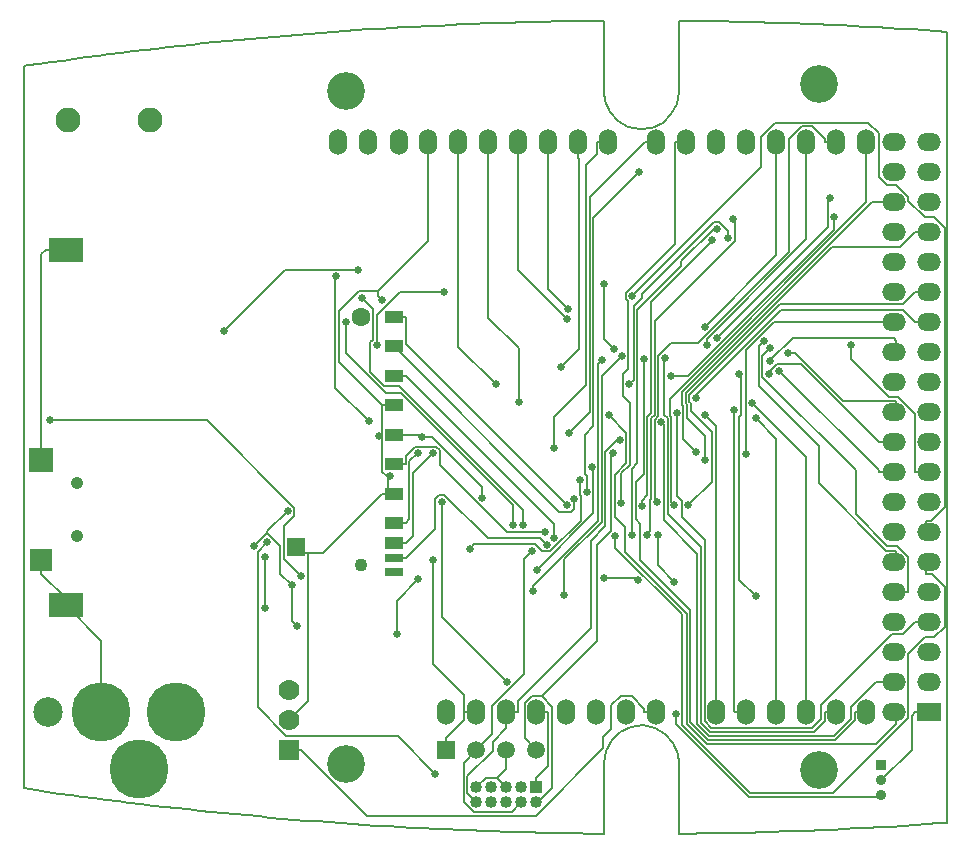
<source format=gbl>
G04 (created by PCBNEW (2013-07-07 BZR 4022)-stable) date 21/01/2015 21:24:28*
%MOIN*%
G04 Gerber Fmt 3.4, Leading zero omitted, Abs format*
%FSLAX34Y34*%
G01*
G70*
G90*
G04 APERTURE LIST*
%ADD10C,0.00590551*%
%ADD11R,0.0827X0.0827*%
%ADD12R,0.0748X0.0748*%
%ADD13C,0.0413*%
%ADD14R,0.04X0.04*%
%ADD15C,0.04*%
%ADD16O,0.06X0.0866*%
%ADD17O,0.06X0.0865*%
%ADD18R,0.0590551X0.0590551*%
%ADD19C,0.0590551*%
%ADD20C,0.083*%
%ADD21C,0.1969*%
%ADD22C,0.0984*%
%ADD23R,0.061X0.0394*%
%ADD24R,0.061X0.0276*%
%ADD25C,0.063*%
%ADD26C,0.0433*%
%ADD27R,0.1181X0.0787*%
%ADD28R,0.0787X0.06*%
%ADD29O,0.0787X0.06*%
%ADD30C,0.07*%
%ADD31R,0.07X0.07*%
%ADD32C,0.125984*%
%ADD33R,0.0649606X0.0649606*%
%ADD34C,0.0354*%
%ADD35R,0.0354X0.0354*%
%ADD36C,0.025*%
%ADD37C,0.008*%
%ADD38C,0.006*%
G04 APERTURE END LIST*
G54D10*
X-82Y0D02*
X-82Y-12041D01*
X-82Y-12041D02*
X306Y-12098D01*
X306Y-12098D02*
X696Y-12154D01*
X696Y-12154D02*
X1086Y-12209D01*
X1086Y-12209D02*
X1476Y-12263D01*
X1476Y-12263D02*
X1866Y-12315D01*
X1866Y-12315D02*
X2256Y-12367D01*
X2256Y-12367D02*
X2647Y-12417D01*
X2647Y-12417D02*
X3037Y-12467D01*
X3037Y-12467D02*
X3428Y-12515D01*
X3428Y-12515D02*
X3819Y-12562D01*
X3819Y-12562D02*
X4210Y-12608D01*
X4210Y-12608D02*
X4601Y-12653D01*
X4601Y-12653D02*
X4992Y-12697D01*
X4992Y-12697D02*
X5384Y-12740D01*
X5384Y-12740D02*
X5775Y-12782D01*
X5775Y-12782D02*
X6167Y-12823D01*
X6167Y-12823D02*
X6559Y-12862D01*
X6559Y-12862D02*
X6950Y-12901D01*
X6950Y-12901D02*
X7342Y-12938D01*
X7342Y-12938D02*
X7734Y-12974D01*
X7734Y-12974D02*
X8126Y-13009D01*
X8126Y-13009D02*
X8519Y-13044D01*
X8519Y-13044D02*
X8911Y-13077D01*
X8911Y-13077D02*
X9303Y-13108D01*
X9303Y-13108D02*
X9696Y-13139D01*
X9696Y-13139D02*
X10088Y-13169D01*
X10088Y-13169D02*
X10481Y-13197D01*
X10481Y-13197D02*
X10874Y-13225D01*
X10874Y-13225D02*
X11267Y-13251D01*
X11267Y-13251D02*
X11660Y-13277D01*
X11660Y-13277D02*
X12053Y-13301D01*
X12053Y-13301D02*
X12446Y-13324D01*
X12446Y-13324D02*
X12839Y-13346D01*
X12839Y-13346D02*
X13232Y-13367D01*
X13232Y-13367D02*
X13625Y-13387D01*
X13625Y-13387D02*
X14018Y-13405D01*
X14018Y-13405D02*
X14412Y-13423D01*
X14412Y-13423D02*
X14805Y-13439D01*
X14805Y-13439D02*
X15198Y-13455D01*
X15198Y-13455D02*
X15592Y-13469D01*
X15592Y-13469D02*
X15985Y-13482D01*
X15985Y-13482D02*
X16379Y-13494D01*
X16379Y-13494D02*
X16772Y-13505D01*
X16772Y-13505D02*
X17166Y-13515D01*
X17166Y-13515D02*
X17559Y-13524D01*
X17559Y-13524D02*
X17953Y-13532D01*
X17953Y-13532D02*
X18347Y-13538D01*
X18347Y-13538D02*
X18740Y-13544D01*
X18740Y-13544D02*
X19134Y-13548D01*
X19134Y-13548D02*
X19255Y-13549D01*
X19255Y-13549D02*
X19255Y-11177D01*
X19255Y-11177D02*
X19319Y-10783D01*
X19319Y-10783D02*
X19505Y-10430D01*
X19505Y-10430D02*
X19792Y-10153D01*
X19792Y-10153D02*
X20152Y-9982D01*
X20152Y-9982D02*
X20548Y-9934D01*
X20548Y-9934D02*
X20939Y-10013D01*
X20939Y-10013D02*
X21285Y-10212D01*
X21285Y-10212D02*
X21550Y-10510D01*
X21550Y-10510D02*
X21707Y-10877D01*
X21707Y-10877D02*
X21744Y-11177D01*
X21744Y-11177D02*
X21744Y-13549D01*
X21744Y-13549D02*
X22137Y-13545D01*
X22137Y-13545D02*
X22531Y-13540D01*
X22531Y-13540D02*
X22925Y-13534D01*
X22925Y-13534D02*
X23318Y-13526D01*
X23318Y-13526D02*
X23712Y-13518D01*
X23712Y-13518D02*
X24105Y-13508D01*
X24105Y-13508D02*
X24499Y-13498D01*
X24499Y-13498D02*
X24893Y-13486D01*
X24893Y-13486D02*
X25286Y-13473D01*
X25286Y-13473D02*
X25679Y-13459D01*
X25679Y-13459D02*
X26073Y-13444D01*
X26073Y-13444D02*
X26466Y-13428D01*
X26466Y-13428D02*
X26860Y-13411D01*
X26860Y-13411D02*
X27253Y-13392D01*
X27253Y-13392D02*
X27646Y-13373D01*
X27646Y-13373D02*
X28039Y-13352D01*
X28039Y-13352D02*
X28432Y-13331D01*
X28432Y-13331D02*
X28825Y-13308D01*
X28825Y-13308D02*
X29218Y-13284D01*
X29218Y-13284D02*
X29611Y-13259D01*
X29611Y-13259D02*
X30004Y-13233D01*
X30004Y-13233D02*
X30397Y-13206D01*
X30397Y-13206D02*
X30696Y-13185D01*
X30696Y-13185D02*
X30696Y13185D01*
X30696Y13185D02*
X30304Y13213D01*
X30304Y13213D02*
X29911Y13239D01*
X29911Y13239D02*
X29518Y13265D01*
X29518Y13265D02*
X29125Y13290D01*
X29125Y13290D02*
X28732Y13314D01*
X28732Y13314D02*
X28339Y13336D01*
X28339Y13336D02*
X27946Y13357D01*
X27946Y13357D02*
X27553Y13378D01*
X27553Y13378D02*
X27160Y13397D01*
X27160Y13397D02*
X26766Y13415D01*
X26766Y13415D02*
X26373Y13432D01*
X26373Y13432D02*
X25980Y13448D01*
X25980Y13448D02*
X25586Y13463D01*
X25586Y13463D02*
X25193Y13476D01*
X25193Y13476D02*
X24799Y13489D01*
X24799Y13489D02*
X24406Y13500D01*
X24406Y13500D02*
X24012Y13511D01*
X24012Y13511D02*
X23618Y13520D01*
X23618Y13520D02*
X23225Y13528D01*
X23225Y13528D02*
X22831Y13535D01*
X22831Y13535D02*
X22438Y13541D01*
X22438Y13541D02*
X22044Y13546D01*
X22044Y13546D02*
X21744Y13549D01*
X21744Y13549D02*
X21744Y11177D01*
X21744Y11177D02*
X21680Y10783D01*
X21680Y10783D02*
X21494Y10430D01*
X21494Y10430D02*
X21207Y10153D01*
X21207Y10153D02*
X20847Y9982D01*
X20847Y9982D02*
X20451Y9934D01*
X20451Y9934D02*
X20060Y10013D01*
X20060Y10013D02*
X19714Y10212D01*
X19714Y10212D02*
X19449Y10510D01*
X19449Y10510D02*
X19292Y10877D01*
X19292Y10877D02*
X19255Y11177D01*
X19255Y11177D02*
X19255Y13549D01*
X19255Y13549D02*
X18862Y13545D01*
X18862Y13545D02*
X18468Y13540D01*
X18468Y13540D02*
X18074Y13534D01*
X18074Y13534D02*
X17681Y13526D01*
X17681Y13526D02*
X17287Y13518D01*
X17287Y13518D02*
X16894Y13508D01*
X16894Y13508D02*
X16500Y13498D01*
X16500Y13498D02*
X16106Y13486D01*
X16106Y13486D02*
X15713Y13473D01*
X15713Y13473D02*
X15320Y13459D01*
X15320Y13459D02*
X14926Y13444D01*
X14926Y13444D02*
X14533Y13428D01*
X14533Y13428D02*
X14139Y13411D01*
X14139Y13411D02*
X13746Y13392D01*
X13746Y13392D02*
X13353Y13373D01*
X13353Y13373D02*
X12960Y13352D01*
X12960Y13352D02*
X12567Y13331D01*
X12567Y13331D02*
X12174Y13308D01*
X12174Y13308D02*
X11781Y13284D01*
X11781Y13284D02*
X11388Y13259D01*
X11388Y13259D02*
X10995Y13233D01*
X10995Y13233D02*
X10602Y13206D01*
X10602Y13206D02*
X10209Y13178D01*
X10209Y13178D02*
X9817Y13148D01*
X9817Y13148D02*
X9424Y13118D01*
X9424Y13118D02*
X9032Y13086D01*
X9032Y13086D02*
X8640Y13054D01*
X8640Y13054D02*
X8247Y13020D01*
X8247Y13020D02*
X7855Y12985D01*
X7855Y12985D02*
X7463Y12949D01*
X7463Y12949D02*
X7071Y12912D01*
X7071Y12912D02*
X6679Y12874D01*
X6679Y12874D02*
X6288Y12835D01*
X6288Y12835D02*
X5896Y12795D01*
X5896Y12795D02*
X5504Y12753D01*
X5504Y12753D02*
X5113Y12711D01*
X5113Y12711D02*
X4722Y12667D01*
X4722Y12667D02*
X4331Y12622D01*
X4331Y12622D02*
X3940Y12577D01*
X3940Y12577D02*
X3549Y12530D01*
X3549Y12530D02*
X3158Y12482D01*
X3158Y12482D02*
X2767Y12433D01*
X2767Y12433D02*
X2377Y12382D01*
X2377Y12382D02*
X1986Y12331D01*
X1986Y12331D02*
X1596Y12279D01*
X1596Y12279D02*
X1206Y12225D01*
X1206Y12225D02*
X816Y12171D01*
X816Y12171D02*
X426Y12115D01*
X426Y12115D02*
X37Y12059D01*
X37Y12059D02*
X-82Y12041D01*
X-82Y12041D02*
X-82Y0D01*
G54D11*
X500Y-1077D03*
G54D12*
X500Y-4423D03*
G54D13*
X1681Y-3636D03*
X1681Y-1864D03*
G54D14*
X17000Y-12000D03*
G54D15*
X17000Y-12500D03*
X16500Y-12000D03*
X16500Y-12500D03*
X16000Y-12000D03*
X16000Y-12500D03*
X15500Y-12000D03*
X15500Y-12500D03*
X15000Y-12000D03*
X15000Y-12500D03*
G54D16*
X14000Y-9500D03*
X15000Y-9500D03*
X16000Y-9500D03*
X17000Y-9500D03*
X18000Y-9500D03*
X19000Y-9500D03*
X20000Y-9500D03*
X21000Y-9500D03*
X23000Y-9500D03*
X24000Y-9500D03*
X25000Y-9500D03*
X26000Y-9500D03*
X27000Y-9500D03*
X28000Y-9500D03*
G54D17*
X28000Y9500D03*
X27000Y9500D03*
X26000Y9500D03*
X25000Y9500D03*
X24000Y9500D03*
X23000Y9500D03*
X22000Y9500D03*
X21000Y9500D03*
X19400Y9500D03*
X18400Y9500D03*
X17400Y9500D03*
X16400Y9500D03*
X15400Y9500D03*
X14400Y9500D03*
X13400Y9500D03*
X12401Y9500D03*
X11400Y9500D03*
X10400Y9500D03*
G54D18*
X14000Y-10750D03*
G54D19*
X15000Y-10750D03*
X16000Y-10750D03*
X17000Y-10750D03*
G54D20*
X1372Y10250D03*
X4128Y10250D03*
G54D21*
X2500Y-9500D03*
X4980Y-9500D03*
X3760Y-11390D03*
G54D22*
X728Y-9500D03*
G54D23*
X12250Y-256D03*
X12250Y728D03*
X12250Y1712D03*
X12250Y2697D03*
X12250Y3681D03*
X12250Y-1240D03*
X12250Y-2225D03*
X12250Y-3182D03*
X12250Y-3851D03*
G54D24*
X12250Y-4363D03*
X12250Y-4835D03*
G54D25*
X11138Y3681D03*
G54D26*
X11138Y-4587D03*
G54D27*
X1325Y-5925D03*
X1325Y5925D03*
G54D28*
X30098Y-9500D03*
G54D29*
X28902Y-9500D03*
X30098Y-8500D03*
X28902Y-8500D03*
X30098Y-7500D03*
X28902Y-7500D03*
X30098Y-6500D03*
X28902Y-6500D03*
X30098Y-5500D03*
X28902Y-5500D03*
X30098Y-4500D03*
X28902Y-4500D03*
X30098Y-3500D03*
X28902Y-3500D03*
X30098Y-2500D03*
X28902Y-2500D03*
X30098Y-1500D03*
X28902Y-1500D03*
X30098Y-500D03*
X28902Y-500D03*
X30098Y500D03*
X28902Y500D03*
X30098Y1500D03*
X28902Y1500D03*
X30098Y2500D03*
X28902Y2500D03*
X30098Y3500D03*
X28902Y3500D03*
X30098Y4500D03*
X28902Y4500D03*
X30098Y5500D03*
X28902Y5500D03*
X30098Y6500D03*
X28902Y6500D03*
X30098Y7500D03*
X28902Y7500D03*
X30098Y8500D03*
X28902Y8500D03*
X30098Y9500D03*
X28902Y9500D03*
G54D30*
X8750Y-9750D03*
X8750Y-8750D03*
G54D31*
X8750Y-10750D03*
G54D32*
X10657Y11212D03*
X10657Y-11212D03*
X26405Y11440D03*
X26405Y-11440D03*
G54D33*
X9000Y-4000D03*
G54D34*
X28500Y-11750D03*
G54D35*
X28500Y-11258D03*
G54D34*
X28500Y-12242D03*
G54D36*
X19240Y4780D03*
X19570Y2610D03*
X16002Y-8489D03*
X13853Y-2483D03*
X21635Y-9565D03*
X13621Y-11544D03*
X8019Y-3837D03*
X9011Y-6629D03*
X8835Y-5273D03*
X7593Y-3953D03*
X8705Y-2779D03*
X16553Y-3267D03*
X11177Y4319D03*
X16231Y-3273D03*
X10636Y3493D03*
X11054Y5250D03*
X6575Y3213D03*
X21040Y-3581D03*
X21587Y-5146D03*
X23735Y1778D03*
X24302Y-5627D03*
X14782Y-4049D03*
X18456Y-1767D03*
X19405Y394D03*
X21154Y164D03*
X27468Y2748D03*
X26923Y7015D03*
X21477Y1720D03*
X23397Y6313D03*
X20095Y1439D03*
X22310Y985D03*
X24774Y2626D03*
X24595Y2886D03*
X20189Y4373D03*
X11750Y-306D03*
X11863Y4233D03*
X12112Y-1626D03*
X19238Y-5038D03*
X20384Y-5075D03*
X11405Y198D03*
X10333Y5033D03*
X13912Y4518D03*
X11669Y2745D03*
X16858Y-4121D03*
X19565Y-860D03*
X22055Y-2593D03*
X19624Y-3616D03*
X21671Y477D03*
X22620Y-1082D03*
X19198Y2254D03*
X16886Y-5446D03*
X19838Y2377D03*
X17933Y-5601D03*
X26784Y7650D03*
X23011Y2979D03*
X785Y250D03*
X9163Y-4972D03*
X19768Y-427D03*
X22679Y2727D03*
X22606Y3353D03*
X17577Y-681D03*
X18064Y3956D03*
X18008Y3621D03*
X17822Y2013D03*
X17018Y-4746D03*
X18834Y-1330D03*
X22622Y416D03*
X23579Y572D03*
X24313Y301D03*
X24193Y810D03*
X21282Y2308D03*
X20585Y2270D03*
X18069Y-197D03*
X16417Y842D03*
X15643Y1433D03*
X19823Y-2509D03*
X17296Y-3480D03*
X17581Y-3700D03*
X13043Y-863D03*
X13554Y-863D03*
X18018Y-2599D03*
X18249Y-2388D03*
X17336Y-3920D03*
X22321Y-817D03*
X24798Y2196D03*
X25372Y2490D03*
X25094Y1883D03*
X24741Y1765D03*
X22838Y6249D03*
X20522Y-2624D03*
X23557Y6937D03*
X20691Y-3580D03*
X23001Y6617D03*
X20197Y-3577D03*
X20421Y8500D03*
X18671Y-2165D03*
X7941Y-4309D03*
X7941Y-6035D03*
X23980Y-897D03*
X21588Y-2601D03*
X21029Y-2500D03*
X13565Y-4417D03*
X13182Y-325D03*
X15186Y-2365D03*
X13065Y-5051D03*
X12341Y-6885D03*
G54D37*
X20599Y-9387D02*
X20599Y-9500D01*
X20175Y-8963D02*
X20599Y-9387D01*
X19804Y-8963D02*
X20175Y-8963D01*
X19500Y-9268D02*
X19804Y-8963D01*
X19500Y-10052D02*
X19500Y-9268D01*
X19221Y-10330D02*
X19500Y-10052D01*
X19221Y-10704D02*
X19221Y-10330D01*
X16983Y-12942D02*
X19221Y-10704D01*
X11336Y-12942D02*
X16983Y-12942D01*
X9200Y-10806D02*
X11336Y-12942D01*
X9200Y-10750D02*
X9200Y-10806D01*
X8750Y-10750D02*
X9200Y-10750D01*
X21000Y-9500D02*
X20599Y-9500D01*
G54D38*
X19240Y2940D02*
X19240Y4780D01*
X19570Y2610D02*
X19240Y2940D01*
X13853Y-6339D02*
X16002Y-8489D01*
X13853Y-2483D02*
X13853Y-6339D01*
X7714Y-4142D02*
X8019Y-3837D01*
X7714Y-9341D02*
X7714Y-4142D01*
X8665Y-10292D02*
X7714Y-9341D01*
X12368Y-10292D02*
X8665Y-10292D01*
X13621Y-11544D02*
X12368Y-10292D01*
X21635Y-9881D02*
X21635Y-9565D01*
X24075Y-12321D02*
X21635Y-9881D01*
X28420Y-12321D02*
X24075Y-12321D01*
X28500Y-12242D02*
X28420Y-12321D01*
X8835Y-6454D02*
X9011Y-6629D01*
X8835Y-5273D02*
X8835Y-6454D01*
X8021Y-3525D02*
X7593Y-3953D01*
X8021Y-3463D02*
X8021Y-3525D01*
X8705Y-2779D02*
X8021Y-3463D01*
X8446Y-4884D02*
X8835Y-5273D01*
X8446Y-3950D02*
X8446Y-4884D01*
X8021Y-3525D02*
X8446Y-3950D01*
X16553Y-2751D02*
X16553Y-3267D01*
X12410Y1391D02*
X16553Y-2751D01*
X11914Y1391D02*
X12410Y1391D01*
X11454Y1851D02*
X11914Y1391D01*
X11454Y2834D02*
X11454Y1851D01*
X11543Y2923D02*
X11454Y2834D01*
X11543Y3954D02*
X11543Y2923D01*
X11177Y4319D02*
X11543Y3954D01*
X16231Y-2599D02*
X16231Y-3273D01*
X12488Y1143D02*
X16231Y-2599D01*
X11968Y1143D02*
X12488Y1143D01*
X10636Y2475D02*
X11968Y1143D01*
X10636Y3493D02*
X10636Y2475D01*
X8611Y5250D02*
X11054Y5250D01*
X6575Y3213D02*
X8611Y5250D01*
X21040Y-4599D02*
X21587Y-5146D01*
X21040Y-3581D02*
X21040Y-4599D01*
X23755Y-5081D02*
X24302Y-5627D01*
X23755Y347D02*
X23755Y-5081D01*
X23811Y403D02*
X23755Y347D01*
X23811Y1702D02*
X23811Y403D01*
X23735Y1778D02*
X23811Y1702D01*
X18456Y-2254D02*
X18456Y-1767D01*
X18474Y-2272D02*
X18456Y-2254D01*
X18474Y-3113D02*
X18474Y-2272D01*
X17447Y-4140D02*
X18474Y-3113D01*
X17182Y-4140D02*
X17447Y-4140D01*
X16948Y-3906D02*
X17182Y-4140D01*
X14925Y-3906D02*
X16948Y-3906D01*
X14782Y-4049D02*
X14925Y-3906D01*
X29000Y-9500D02*
X29000Y-9890D01*
X28328Y-10561D02*
X29000Y-9890D01*
X22675Y-10561D02*
X28328Y-10561D01*
X22001Y-9888D02*
X22675Y-10561D01*
X22001Y-6218D02*
X22001Y-9888D01*
X19953Y-4170D02*
X22001Y-6218D01*
X19953Y-3330D02*
X19953Y-4170D01*
X19607Y-2985D02*
X19953Y-3330D01*
X19607Y-1579D02*
X19607Y-2985D01*
X19983Y-1203D02*
X19607Y-1579D01*
X19983Y-184D02*
X19983Y-1203D01*
X19405Y394D02*
X19983Y-184D01*
X28314Y-8500D02*
X29000Y-8500D01*
X27482Y-9331D02*
X28314Y-8500D01*
X27482Y-9712D02*
X27482Y-9331D01*
X26903Y-10290D02*
X27482Y-9712D01*
X22754Y-10290D02*
X26903Y-10290D01*
X22361Y-9898D02*
X22754Y-10290D01*
X22361Y-4225D02*
X22361Y-9898D01*
X21244Y-3107D02*
X22361Y-4225D01*
X21244Y74D02*
X21244Y-3107D01*
X21154Y164D02*
X21244Y74D01*
X30000Y-1500D02*
X29614Y-1500D01*
X27468Y2288D02*
X27468Y2748D01*
X28739Y1017D02*
X27468Y2288D01*
X29043Y1017D02*
X28739Y1017D01*
X29614Y446D02*
X29043Y1017D01*
X29614Y-1500D02*
X29614Y446D01*
X22057Y1720D02*
X21477Y1720D01*
X26923Y6587D02*
X22057Y1720D01*
X26923Y7015D02*
X26923Y6587D01*
X20240Y1583D02*
X20095Y1439D01*
X20240Y4034D02*
X20240Y1583D01*
X20524Y4319D02*
X20240Y4034D01*
X20524Y4445D02*
X20524Y4319D01*
X22921Y6842D02*
X20524Y4445D01*
X23091Y6842D02*
X22921Y6842D01*
X23397Y6536D02*
X23091Y6842D01*
X23397Y6313D02*
X23397Y6536D01*
X22310Y1075D02*
X22310Y985D01*
X25138Y3903D02*
X22310Y1075D01*
X29211Y3903D02*
X25138Y3903D01*
X29614Y3500D02*
X29211Y3903D01*
X30000Y3500D02*
X29614Y3500D01*
X29000Y-5500D02*
X29385Y-5500D01*
X24526Y2378D02*
X24774Y2626D01*
X24526Y1676D02*
X24526Y2378D01*
X27642Y-1439D02*
X24526Y1676D01*
X27642Y-2898D02*
X27642Y-1439D01*
X28690Y-3946D02*
X27642Y-2898D01*
X29007Y-3946D02*
X28690Y-3946D01*
X29385Y-4324D02*
X29007Y-3946D01*
X29385Y-5500D02*
X29385Y-4324D01*
X29000Y-4500D02*
X29000Y-4109D01*
X24406Y2696D02*
X24595Y2886D01*
X24406Y1386D02*
X24406Y2696D01*
X26405Y-612D02*
X24406Y1386D01*
X26405Y-1856D02*
X26405Y-612D01*
X28658Y-4109D02*
X26405Y-1856D01*
X29000Y-4109D02*
X28658Y-4109D01*
X24500Y8683D02*
X20189Y4373D01*
X24500Y9686D02*
X24500Y8683D01*
X24962Y10149D02*
X24500Y9686D01*
X28060Y10149D02*
X24962Y10149D01*
X28404Y9805D02*
X28060Y10149D01*
X28404Y8348D02*
X28404Y9805D01*
X28670Y8082D02*
X28404Y8348D01*
X28969Y8082D02*
X28670Y8082D01*
X29390Y7661D02*
X28969Y8082D01*
X29390Y7548D02*
X29390Y7661D01*
X29939Y7000D02*
X29390Y7548D01*
X30256Y7000D02*
X29939Y7000D01*
X30602Y6653D02*
X30256Y7000D01*
X30602Y-2653D02*
X30602Y6653D01*
X30146Y-3109D02*
X30602Y-2653D01*
X30000Y-3109D02*
X30146Y-3109D01*
X30000Y-3500D02*
X30000Y-3109D01*
X12250Y727D02*
X11854Y727D01*
X1325Y-5925D02*
X1310Y-5925D01*
X2500Y-7114D02*
X2500Y-9500D01*
X1310Y-5925D02*
X2500Y-7114D01*
X11854Y-306D02*
X11750Y-306D01*
X1310Y-5697D02*
X1310Y-5925D01*
X500Y-4887D02*
X1310Y-5697D01*
X500Y-4422D02*
X500Y-4887D01*
X9000Y-4000D02*
X9000Y-4207D01*
X12250Y-2225D02*
X12052Y-2225D01*
X12052Y-2225D02*
X11854Y-2225D01*
X11854Y-306D02*
X11854Y727D01*
X13400Y6222D02*
X11718Y4540D01*
X13400Y9500D02*
X13400Y6222D01*
X10419Y2163D02*
X11854Y727D01*
X10419Y3866D02*
X10419Y2163D01*
X11093Y4540D02*
X10419Y3866D01*
X11718Y4540D02*
X11093Y4540D01*
X11718Y4378D02*
X11863Y4233D01*
X11718Y4540D02*
X11718Y4378D01*
X9389Y-9110D02*
X8750Y-9750D01*
X9389Y-4207D02*
X9389Y-9110D01*
X9000Y-4207D02*
X9389Y-4207D01*
X9872Y-4207D02*
X11854Y-2225D01*
X9389Y-4207D02*
X9872Y-4207D01*
X30000Y-9500D02*
X29614Y-9500D01*
X16000Y-11384D02*
X15692Y-11692D01*
X16000Y-10750D02*
X16000Y-11384D01*
X15307Y-11692D02*
X15692Y-11692D01*
X15000Y-12000D02*
X15307Y-11692D01*
X15692Y-11692D02*
X16000Y-12000D01*
X29505Y-9608D02*
X29614Y-9500D01*
X29505Y-10744D02*
X29505Y-9608D01*
X28500Y-11750D02*
X29505Y-10744D01*
X12052Y-2225D02*
X12052Y-1626D01*
X11854Y-1478D02*
X11854Y-306D01*
X12002Y-1626D02*
X11854Y-1478D01*
X12052Y-1626D02*
X12002Y-1626D01*
X12112Y-1626D02*
X12112Y-1626D01*
X12052Y-1626D02*
X12112Y-1626D01*
X500Y5780D02*
X644Y5925D01*
X500Y-573D02*
X500Y5780D01*
X500Y-1077D02*
X500Y-573D01*
X1325Y5925D02*
X644Y5925D01*
X20346Y-5038D02*
X20384Y-5075D01*
X19238Y-5038D02*
X20346Y-5038D01*
X10299Y5000D02*
X10333Y5033D01*
X10299Y1304D02*
X10299Y5000D01*
X11405Y198D02*
X10299Y1304D01*
X11669Y3730D02*
X11669Y2745D01*
X12457Y4518D02*
X11669Y3730D01*
X13912Y4518D02*
X12457Y4518D01*
X14570Y-11179D02*
X15000Y-10750D01*
X14570Y-12480D02*
X14570Y-11179D01*
X14901Y-12812D02*
X14570Y-12480D01*
X16187Y-12812D02*
X14901Y-12812D01*
X16500Y-12500D02*
X16187Y-12812D01*
X15520Y-10229D02*
X15000Y-10750D01*
X15520Y-9285D02*
X15520Y-10229D01*
X16585Y-8220D02*
X15520Y-9285D01*
X16585Y-4394D02*
X16585Y-8220D01*
X16858Y-4121D02*
X16585Y-4394D01*
X16855Y-8958D02*
X17172Y-8958D01*
X16609Y-9204D02*
X16855Y-8958D01*
X16609Y-10359D02*
X16609Y-9204D01*
X17000Y-10750D02*
X16609Y-10359D01*
X17051Y-12500D02*
X17000Y-12500D01*
X17530Y-12020D02*
X17051Y-12500D01*
X17530Y-9316D02*
X17530Y-12020D01*
X17172Y-8958D02*
X17530Y-9316D01*
X19005Y-7126D02*
X17172Y-8958D01*
X19005Y-3931D02*
X19005Y-7126D01*
X19487Y-3448D02*
X19005Y-3931D01*
X19487Y-937D02*
X19487Y-3448D01*
X19565Y-860D02*
X19487Y-937D01*
X30000Y4500D02*
X29614Y4500D01*
X22837Y-1812D02*
X22055Y-2593D01*
X22837Y-158D02*
X22837Y-1812D01*
X22136Y542D02*
X22837Y-158D01*
X22136Y801D02*
X22136Y542D01*
X22094Y843D02*
X22136Y801D01*
X22094Y1078D02*
X22094Y843D01*
X25125Y4109D02*
X22094Y1078D01*
X29224Y4109D02*
X25125Y4109D01*
X29614Y4500D02*
X29224Y4109D01*
X30000Y-4500D02*
X30000Y-4890D01*
X30176Y-4890D02*
X30000Y-4890D01*
X30602Y-5316D02*
X30176Y-4890D01*
X30602Y-6653D02*
X30602Y-5316D01*
X30256Y-7000D02*
X30602Y-6653D01*
X29935Y-7000D02*
X30256Y-7000D01*
X29385Y-7549D02*
X29935Y-7000D01*
X29385Y-9691D02*
X29385Y-7549D01*
X26894Y-12182D02*
X29385Y-9691D01*
X24125Y-12182D02*
X26894Y-12182D01*
X21854Y-9910D02*
X24125Y-12182D01*
X21854Y-6241D02*
X21854Y-9910D01*
X19624Y-4011D02*
X21854Y-6241D01*
X19624Y-3616D02*
X19624Y-4011D01*
X21671Y-2286D02*
X21671Y477D01*
X21839Y-2454D02*
X21671Y-2286D01*
X21839Y-2989D02*
X21839Y-2454D01*
X22609Y-3759D02*
X21839Y-2989D01*
X22609Y-9806D02*
X22609Y-3759D01*
X22833Y-10030D02*
X22609Y-9806D01*
X26171Y-10030D02*
X22833Y-10030D01*
X26482Y-9719D02*
X26171Y-10030D01*
X26482Y-9267D02*
X26482Y-9719D01*
X28857Y-6892D02*
X26482Y-9267D01*
X29222Y-6892D02*
X28857Y-6892D01*
X29614Y-6500D02*
X29222Y-6892D01*
X30000Y-6500D02*
X29614Y-6500D01*
X30000Y6500D02*
X29614Y6500D01*
X22620Y-281D02*
X22620Y-1082D01*
X22016Y322D02*
X22620Y-281D01*
X22016Y751D02*
X22016Y322D01*
X21974Y793D02*
X22016Y751D01*
X21974Y1128D02*
X21974Y793D01*
X26845Y5999D02*
X21974Y1128D01*
X29114Y5999D02*
X26845Y5999D01*
X29114Y5999D02*
X29114Y5999D01*
X29614Y6500D02*
X29114Y5999D01*
X16886Y-5276D02*
X16886Y-5446D01*
X19051Y-3111D02*
X16886Y-5276D01*
X19051Y2107D02*
X19051Y-3111D01*
X19198Y2254D02*
X19051Y2107D01*
X17933Y-4399D02*
X17933Y-5601D01*
X19171Y-3161D02*
X17933Y-4399D01*
X19171Y1710D02*
X19171Y-3161D01*
X19838Y2377D02*
X19171Y1710D01*
X26708Y6676D02*
X23011Y2979D01*
X26708Y7574D02*
X26708Y6676D01*
X26784Y7650D02*
X26708Y7574D01*
X6002Y250D02*
X785Y250D01*
X8928Y-2675D02*
X6002Y250D01*
X8928Y-2945D02*
X8928Y-2675D01*
X8585Y-3289D02*
X8928Y-2945D01*
X8585Y-4394D02*
X8585Y-3289D01*
X9163Y-4972D02*
X8585Y-4394D01*
X14690Y-12190D02*
X15000Y-12500D01*
X14690Y-11627D02*
X14690Y-12190D01*
X15542Y-10775D02*
X14690Y-11627D01*
X15542Y-10480D02*
X15542Y-10775D01*
X16000Y-10023D02*
X15542Y-10480D01*
X16000Y-9700D02*
X16000Y-10023D01*
X16000Y-9700D02*
X16000Y-9500D01*
X16000Y-9500D02*
X16390Y-9500D01*
X19692Y-427D02*
X19768Y-427D01*
X19300Y-819D02*
X19692Y-427D01*
X19300Y-3288D02*
X19300Y-819D01*
X18805Y-3783D02*
X19300Y-3288D01*
X18805Y-6694D02*
X18805Y-3783D01*
X16390Y-9109D02*
X18805Y-6694D01*
X16390Y-9500D02*
X16390Y-9109D01*
X26000Y9500D02*
X26000Y8977D01*
X26000Y6272D02*
X26000Y8977D01*
X22679Y2951D02*
X26000Y6272D01*
X22679Y2727D02*
X22679Y2951D01*
X25000Y9500D02*
X25000Y8977D01*
X25000Y5746D02*
X22606Y3353D01*
X25000Y8977D02*
X25000Y5746D01*
X17577Y350D02*
X17577Y-681D01*
X18652Y1424D02*
X17577Y350D01*
X18652Y8752D02*
X18652Y1424D01*
X19009Y9109D02*
X18652Y8752D01*
X19009Y9500D02*
X19009Y9109D01*
X19400Y9500D02*
X19009Y9500D01*
X17400Y4621D02*
X18064Y3956D01*
X17400Y9500D02*
X17400Y4621D01*
X16400Y5229D02*
X18008Y3621D01*
X16400Y9500D02*
X16400Y5229D01*
X18400Y9500D02*
X18400Y8977D01*
X18430Y2620D02*
X17822Y2013D01*
X18430Y8947D02*
X18430Y2620D01*
X18400Y8977D02*
X18430Y8947D01*
X18892Y-1388D02*
X18834Y-1330D01*
X18892Y-2872D02*
X18892Y-1388D01*
X17018Y-4746D02*
X18892Y-2872D01*
X23000Y-9500D02*
X23000Y-8976D01*
X23000Y39D02*
X22622Y416D01*
X23000Y-8976D02*
X23000Y39D01*
X24000Y-9500D02*
X23609Y-9500D01*
X23579Y-9470D02*
X23609Y-9500D01*
X23579Y572D02*
X23579Y-9470D01*
X25000Y-385D02*
X25000Y-9500D01*
X24313Y301D02*
X25000Y-385D01*
X26000Y-996D02*
X24193Y810D01*
X26000Y-9500D02*
X26000Y-996D01*
X27000Y-9500D02*
X26609Y-9500D01*
X26609Y-9792D02*
X26609Y-9500D01*
X26251Y-10150D02*
X26609Y-9792D01*
X22784Y-10150D02*
X26251Y-10150D01*
X22482Y-9848D02*
X22784Y-10150D01*
X22482Y-3988D02*
X22482Y-9848D01*
X21369Y-2875D02*
X22482Y-3988D01*
X21369Y304D02*
X21369Y-2875D01*
X21252Y421D02*
X21369Y304D01*
X21252Y2278D02*
X21252Y421D01*
X21282Y2308D02*
X21252Y2278D01*
X28000Y-9500D02*
X27609Y-9500D01*
X27609Y-9756D02*
X27609Y-9500D01*
X26938Y-10427D02*
X27609Y-9756D01*
X22710Y-10427D02*
X26938Y-10427D01*
X22121Y-9838D02*
X22710Y-10427D01*
X22121Y-6083D02*
X22121Y-9838D01*
X20462Y-4424D02*
X22121Y-6083D01*
X20462Y-3210D02*
X20462Y-4424D01*
X20305Y-3053D02*
X20462Y-3210D01*
X20305Y-1829D02*
X20305Y-3053D01*
X20578Y-1555D02*
X20305Y-1829D01*
X20578Y2263D02*
X20578Y-1555D01*
X20585Y2270D02*
X20578Y2263D01*
X21000Y9500D02*
X20609Y9500D01*
X18772Y505D02*
X18069Y-197D01*
X18772Y7662D02*
X18772Y505D01*
X20609Y9500D02*
X18772Y7662D01*
X15400Y9500D02*
X15400Y8977D01*
X15400Y3648D02*
X15400Y8977D01*
X16417Y2630D02*
X15400Y3648D01*
X16417Y842D02*
X16417Y2630D01*
X14400Y2676D02*
X15643Y1433D01*
X14400Y9500D02*
X14400Y2676D01*
X22000Y9500D02*
X21609Y9500D01*
X19823Y-1534D02*
X19823Y-2509D01*
X20104Y-1253D02*
X19823Y-1534D01*
X20104Y816D02*
X20104Y-1253D01*
X19876Y1044D02*
X20104Y816D01*
X19876Y1775D02*
X19876Y1044D01*
X20054Y1953D02*
X19876Y1775D01*
X20054Y4204D02*
X20054Y1953D01*
X19974Y4284D02*
X20054Y4204D01*
X19974Y4462D02*
X19974Y4284D01*
X21609Y6098D02*
X19974Y4462D01*
X21609Y9500D02*
X21609Y6098D01*
X12250Y-1240D02*
X12645Y-1240D01*
X12645Y-956D02*
X12645Y-1240D01*
X12954Y-647D02*
X12645Y-956D01*
X13643Y-647D02*
X12954Y-647D01*
X13769Y-773D02*
X13643Y-647D01*
X13769Y-1253D02*
X13769Y-773D01*
X16004Y-3488D02*
X13769Y-1253D01*
X17287Y-3488D02*
X16004Y-3488D01*
X17296Y-3480D02*
X17287Y-3488D01*
X12250Y1712D02*
X12645Y1712D01*
X17581Y-3224D02*
X12645Y1712D01*
X17581Y-3700D02*
X17581Y-3224D01*
X12250Y-3182D02*
X12645Y-3182D01*
X12765Y-1141D02*
X13043Y-863D01*
X12765Y-3061D02*
X12765Y-1141D01*
X12645Y-3182D02*
X12765Y-3061D01*
X12250Y-3850D02*
X12645Y-3850D01*
X12885Y-1531D02*
X13554Y-863D01*
X12885Y-3610D02*
X12885Y-1531D01*
X12645Y-3850D02*
X12885Y-3610D01*
X12250Y3680D02*
X12645Y3680D01*
X12645Y2773D02*
X12645Y3680D01*
X18018Y-2599D02*
X12645Y2773D01*
X18249Y-2711D02*
X18249Y-2388D01*
X18146Y-2814D02*
X18249Y-2711D01*
X17761Y-2814D02*
X18146Y-2814D01*
X12250Y2697D02*
X17761Y-2814D01*
X17111Y-3695D02*
X17336Y-3920D01*
X15369Y-3695D02*
X17111Y-3695D01*
X13931Y-2256D02*
X15369Y-3695D01*
X13745Y-2256D02*
X13931Y-2256D01*
X13612Y-2389D02*
X13745Y-2256D01*
X13612Y-3395D02*
X13612Y-2389D01*
X12645Y-4362D02*
X13612Y-3395D01*
X12250Y-4362D02*
X12645Y-4362D01*
X21896Y-392D02*
X22321Y-817D01*
X21896Y701D02*
X21896Y-392D01*
X21854Y743D02*
X21896Y701D01*
X21854Y1178D02*
X21854Y743D01*
X28176Y7500D02*
X21854Y1178D01*
X29000Y7500D02*
X28176Y7500D01*
X29000Y2500D02*
X29000Y2890D01*
X28924Y2965D02*
X29000Y2890D01*
X25538Y2965D02*
X28924Y2965D01*
X24798Y2226D02*
X25538Y2965D01*
X24798Y2196D02*
X24798Y2226D01*
X29000Y500D02*
X29000Y890D01*
X25632Y2490D02*
X25372Y2490D01*
X27233Y890D02*
X25632Y2490D01*
X29000Y890D02*
X27233Y890D01*
X29000Y-1500D02*
X28418Y-1500D01*
X28418Y-1441D02*
X25094Y1883D01*
X28418Y-1500D02*
X28418Y-1441D01*
X29000Y-500D02*
X28418Y-500D01*
X25815Y2102D02*
X28418Y-500D01*
X25009Y2102D02*
X25815Y2102D01*
X24741Y1834D02*
X25009Y2102D01*
X24741Y1765D02*
X24741Y1834D01*
X22838Y6214D02*
X22838Y6249D01*
X20810Y4186D02*
X22838Y6214D01*
X20810Y465D02*
X20810Y4186D01*
X20699Y353D02*
X20810Y465D01*
X20699Y-2267D02*
X20699Y353D01*
X20522Y-2443D02*
X20699Y-2267D01*
X20522Y-2624D02*
X20522Y-2443D01*
X23612Y6882D02*
X23557Y6937D01*
X23612Y6224D02*
X23612Y6882D01*
X20940Y3552D02*
X23612Y6224D01*
X20940Y425D02*
X20940Y3552D01*
X20819Y303D02*
X20940Y425D01*
X20819Y-2391D02*
X20819Y303D01*
X20799Y-2411D02*
X20819Y-2391D01*
X20799Y-3473D02*
X20799Y-2411D01*
X20691Y-3580D02*
X20799Y-3473D01*
X23001Y6617D02*
X23001Y6617D01*
X22901Y6617D02*
X23001Y6617D01*
X21818Y5534D02*
X22901Y6617D01*
X21818Y5364D02*
X21818Y5534D01*
X20360Y3906D02*
X21818Y5364D01*
X20360Y-1196D02*
X20360Y3906D01*
X20171Y-1384D02*
X20360Y-1196D01*
X20171Y-3552D02*
X20171Y-1384D01*
X20197Y-3577D02*
X20171Y-3552D01*
X18671Y-1629D02*
X18671Y-2165D01*
X18607Y-1565D02*
X18671Y-1629D01*
X18607Y-253D02*
X18607Y-1565D01*
X18892Y31D02*
X18607Y-253D01*
X18892Y6970D02*
X18892Y31D01*
X20421Y8500D02*
X18892Y6970D01*
X7941Y-4309D02*
X7941Y-6035D01*
X28418Y3499D02*
X28418Y3500D01*
X24904Y3499D02*
X28418Y3499D01*
X23978Y2573D02*
X24904Y3499D01*
X23978Y-895D02*
X23978Y2573D01*
X23980Y-897D02*
X23978Y-895D01*
X29000Y3500D02*
X28418Y3500D01*
X21489Y-2502D02*
X21588Y-2601D01*
X21489Y354D02*
X21489Y-2502D01*
X21455Y387D02*
X21489Y354D01*
X21455Y949D02*
X21455Y387D01*
X28000Y7493D02*
X21455Y949D01*
X28000Y9500D02*
X28000Y7493D01*
X27000Y9500D02*
X26609Y9500D01*
X20939Y-2410D02*
X21029Y-2500D01*
X20939Y253D02*
X20939Y-2410D01*
X21060Y375D02*
X20939Y253D01*
X21060Y2391D02*
X21060Y375D01*
X21482Y2813D02*
X21060Y2391D01*
X22371Y2813D02*
X21482Y2813D01*
X25404Y5846D02*
X22371Y2813D01*
X25404Y9597D02*
X25404Y5846D01*
X25836Y10028D02*
X25404Y9597D01*
X26178Y10028D02*
X25836Y10028D01*
X26609Y9597D02*
X26178Y10028D01*
X26609Y9500D02*
X26609Y9597D01*
G54D37*
X14599Y-9754D02*
X14599Y-9500D01*
X14000Y-10354D02*
X14599Y-9754D01*
X14000Y-10750D02*
X14000Y-10354D01*
X15000Y-9500D02*
X14599Y-9500D01*
X12250Y-255D02*
X12655Y-255D01*
X13565Y-7896D02*
X13565Y-4417D01*
X14599Y-8931D02*
X13565Y-7896D01*
X14599Y-9500D02*
X14599Y-8931D01*
X13113Y-255D02*
X13182Y-325D01*
X12655Y-255D02*
X13113Y-255D01*
X13504Y-325D02*
X13182Y-325D01*
X15186Y-2007D02*
X13504Y-325D01*
X15186Y-2365D02*
X15186Y-2007D01*
X17400Y-11299D02*
X17000Y-11699D01*
X17400Y-9500D02*
X17400Y-11299D01*
X17000Y-9500D02*
X17400Y-9500D01*
X17000Y-12000D02*
X17000Y-11699D01*
G54D38*
X12341Y-5775D02*
X12341Y-6885D01*
X13065Y-5051D02*
X12341Y-5775D01*
M02*

</source>
